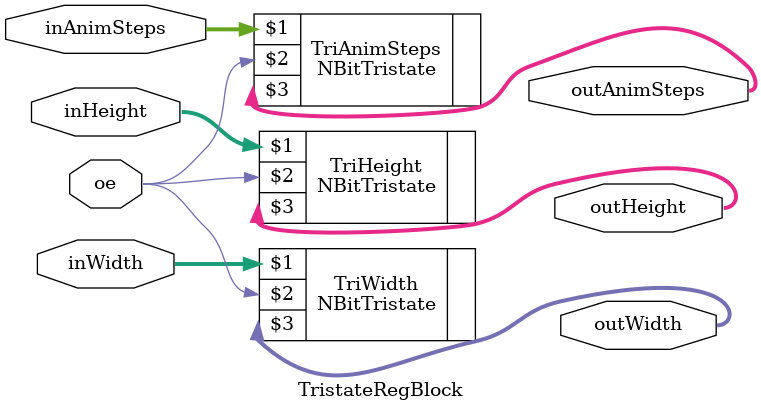
<source format=v>
module TristateRegBlock (inWidth, inHeight, inAnimSteps, outWidth, outHeight, outAnimSteps, oe);
	input oe;	// output enable
	input [5:0] inWidth, inHeight;
	input [2:0] inAnimSteps;
	output [5:0] outWidth, outHeight;
	output [2:0] outAnimSteps;

	NBitTristate TriWidth (inWidth, oe, outWidth);
	defparam TriWidth.n = 6;
	NBitTristate TriHeight (inHeight, oe, outHeight);
	defparam TriHeight.n = 6;
	NBitTristate TriAnimSteps (inAnimSteps, oe, outAnimSteps);
	defparam TriAnimSteps.n = 3;

endmodule

</source>
